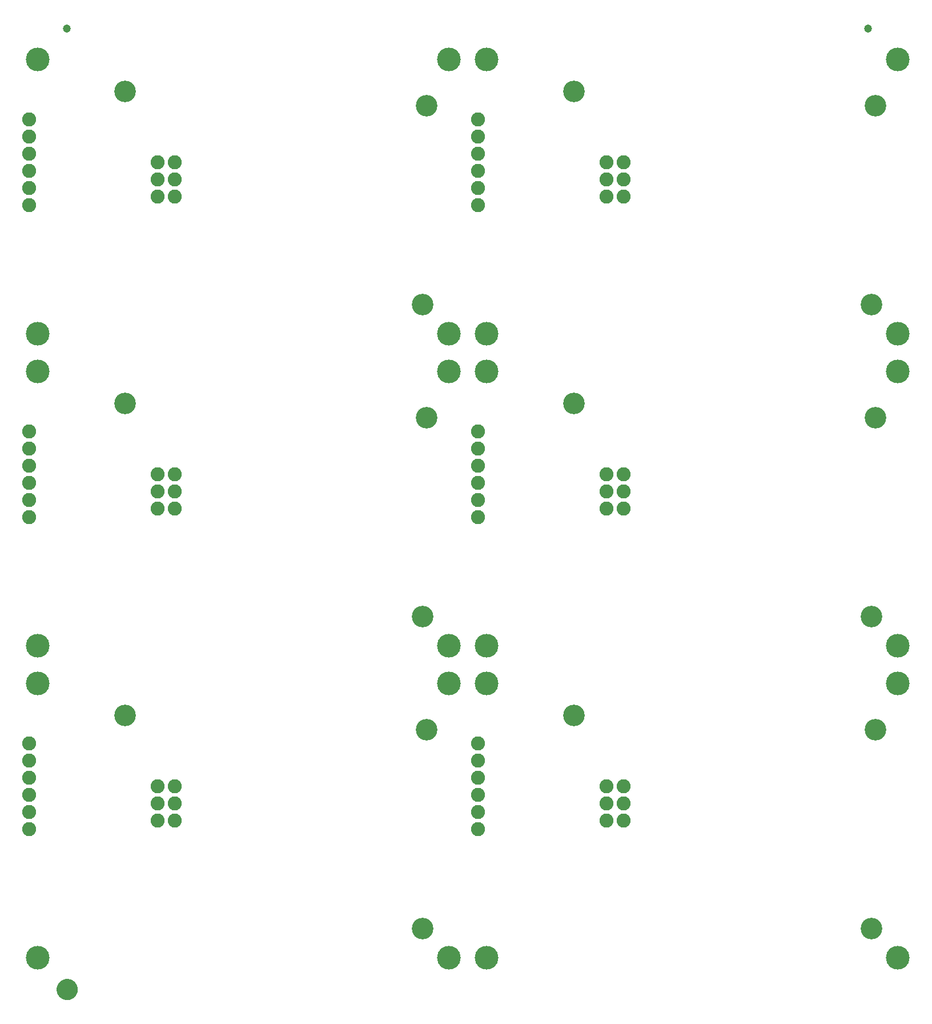
<source format=gbs>
G04 EAGLE Gerber RS-274X export*
G75*
%MOMM*%
%FSLAX34Y34*%
%LPD*%
%INSoldermask Bottom*%
%IPPOS*%
%AMOC8*
5,1,8,0,0,1.08239X$1,22.5*%
G01*
%ADD10C,3.505200*%
%ADD11C,2.082800*%
%ADD12C,3.203200*%
%ADD13C,1.203200*%
%ADD14C,1.270000*%
%ADD15C,1.703200*%


D10*
X635000Y25400D03*
X25400Y431800D03*
X635000Y431800D03*
X25400Y25400D03*
D11*
X228600Y279400D03*
X203200Y279400D03*
X228600Y254000D03*
X203200Y254000D03*
X228600Y228600D03*
X203200Y228600D03*
X12700Y266700D03*
X12700Y292100D03*
X12700Y317500D03*
X12700Y342900D03*
X12700Y215900D03*
X12700Y241300D03*
D12*
X154940Y384810D03*
X601980Y363220D03*
X595630Y68580D03*
D10*
X1300480Y25400D03*
X690880Y431800D03*
X1300480Y431800D03*
X690880Y25400D03*
D11*
X894080Y279400D03*
X868680Y279400D03*
X894080Y254000D03*
X868680Y254000D03*
X894080Y228600D03*
X868680Y228600D03*
X678180Y266700D03*
X678180Y292100D03*
X678180Y317500D03*
X678180Y342900D03*
X678180Y215900D03*
X678180Y241300D03*
D12*
X820420Y384810D03*
X1267460Y363220D03*
X1261110Y68580D03*
D10*
X635000Y487680D03*
X25400Y894080D03*
X635000Y894080D03*
X25400Y487680D03*
D11*
X228600Y741680D03*
X203200Y741680D03*
X228600Y716280D03*
X203200Y716280D03*
X228600Y690880D03*
X203200Y690880D03*
X12700Y728980D03*
X12700Y754380D03*
X12700Y779780D03*
X12700Y805180D03*
X12700Y678180D03*
X12700Y703580D03*
D12*
X154940Y847090D03*
X601980Y825500D03*
X595630Y530860D03*
D10*
X1300480Y487680D03*
X690880Y894080D03*
X1300480Y894080D03*
X690880Y487680D03*
D11*
X894080Y741680D03*
X868680Y741680D03*
X894080Y716280D03*
X868680Y716280D03*
X894080Y690880D03*
X868680Y690880D03*
X678180Y728980D03*
X678180Y754380D03*
X678180Y779780D03*
X678180Y805180D03*
X678180Y678180D03*
X678180Y703580D03*
D12*
X820420Y847090D03*
X1267460Y825500D03*
X1261110Y530860D03*
D10*
X635000Y949960D03*
X25400Y1356360D03*
X635000Y1356360D03*
X25400Y949960D03*
D11*
X228600Y1203960D03*
X203200Y1203960D03*
X228600Y1178560D03*
X203200Y1178560D03*
X228600Y1153160D03*
X203200Y1153160D03*
X12700Y1191260D03*
X12700Y1216660D03*
X12700Y1242060D03*
X12700Y1267460D03*
X12700Y1140460D03*
X12700Y1165860D03*
D12*
X154940Y1309370D03*
X601980Y1287780D03*
X595630Y993140D03*
D10*
X1300480Y949960D03*
X690880Y1356360D03*
X1300480Y1356360D03*
X690880Y949960D03*
D11*
X894080Y1203960D03*
X868680Y1203960D03*
X894080Y1178560D03*
X868680Y1178560D03*
X894080Y1153160D03*
X868680Y1153160D03*
X678180Y1191260D03*
X678180Y1216660D03*
X678180Y1242060D03*
X678180Y1267460D03*
X678180Y1140460D03*
X678180Y1165860D03*
D12*
X820420Y1309370D03*
X1267460Y1287780D03*
X1261110Y993140D03*
D13*
X68580Y1402715D03*
X1256665Y1402715D03*
D14*
X59525Y-20955D02*
X59528Y-20733D01*
X59536Y-20511D01*
X59550Y-20289D01*
X59569Y-20067D01*
X59593Y-19847D01*
X59623Y-19626D01*
X59658Y-19407D01*
X59699Y-19188D01*
X59745Y-18971D01*
X59796Y-18755D01*
X59853Y-18540D01*
X59915Y-18326D01*
X59982Y-18115D01*
X60054Y-17904D01*
X60132Y-17696D01*
X60214Y-17490D01*
X60302Y-17286D01*
X60394Y-17083D01*
X60492Y-16884D01*
X60594Y-16687D01*
X60701Y-16492D01*
X60813Y-16300D01*
X60930Y-16111D01*
X61051Y-15924D01*
X61177Y-15741D01*
X61307Y-15561D01*
X61442Y-15384D01*
X61580Y-15211D01*
X61723Y-15041D01*
X61871Y-14874D01*
X62022Y-14711D01*
X62177Y-14552D01*
X62336Y-14397D01*
X62499Y-14246D01*
X62666Y-14098D01*
X62836Y-13955D01*
X63009Y-13817D01*
X63186Y-13682D01*
X63366Y-13552D01*
X63549Y-13426D01*
X63736Y-13305D01*
X63925Y-13188D01*
X64117Y-13076D01*
X64312Y-12969D01*
X64509Y-12867D01*
X64708Y-12769D01*
X64911Y-12677D01*
X65115Y-12589D01*
X65321Y-12507D01*
X65529Y-12429D01*
X65740Y-12357D01*
X65951Y-12290D01*
X66165Y-12228D01*
X66380Y-12171D01*
X66596Y-12120D01*
X66813Y-12074D01*
X67032Y-12033D01*
X67251Y-11998D01*
X67472Y-11968D01*
X67692Y-11944D01*
X67914Y-11925D01*
X68136Y-11911D01*
X68358Y-11903D01*
X68580Y-11900D01*
X68802Y-11903D01*
X69024Y-11911D01*
X69246Y-11925D01*
X69468Y-11944D01*
X69688Y-11968D01*
X69909Y-11998D01*
X70128Y-12033D01*
X70347Y-12074D01*
X70564Y-12120D01*
X70780Y-12171D01*
X70995Y-12228D01*
X71209Y-12290D01*
X71420Y-12357D01*
X71631Y-12429D01*
X71839Y-12507D01*
X72045Y-12589D01*
X72249Y-12677D01*
X72452Y-12769D01*
X72651Y-12867D01*
X72848Y-12969D01*
X73043Y-13076D01*
X73235Y-13188D01*
X73424Y-13305D01*
X73611Y-13426D01*
X73794Y-13552D01*
X73974Y-13682D01*
X74151Y-13817D01*
X74324Y-13955D01*
X74494Y-14098D01*
X74661Y-14246D01*
X74824Y-14397D01*
X74983Y-14552D01*
X75138Y-14711D01*
X75289Y-14874D01*
X75437Y-15041D01*
X75580Y-15211D01*
X75718Y-15384D01*
X75853Y-15561D01*
X75983Y-15741D01*
X76109Y-15924D01*
X76230Y-16111D01*
X76347Y-16300D01*
X76459Y-16492D01*
X76566Y-16687D01*
X76668Y-16884D01*
X76766Y-17083D01*
X76858Y-17286D01*
X76946Y-17490D01*
X77028Y-17696D01*
X77106Y-17904D01*
X77178Y-18115D01*
X77245Y-18326D01*
X77307Y-18540D01*
X77364Y-18755D01*
X77415Y-18971D01*
X77461Y-19188D01*
X77502Y-19407D01*
X77537Y-19626D01*
X77567Y-19847D01*
X77591Y-20067D01*
X77610Y-20289D01*
X77624Y-20511D01*
X77632Y-20733D01*
X77635Y-20955D01*
X77632Y-21177D01*
X77624Y-21399D01*
X77610Y-21621D01*
X77591Y-21843D01*
X77567Y-22063D01*
X77537Y-22284D01*
X77502Y-22503D01*
X77461Y-22722D01*
X77415Y-22939D01*
X77364Y-23155D01*
X77307Y-23370D01*
X77245Y-23584D01*
X77178Y-23795D01*
X77106Y-24006D01*
X77028Y-24214D01*
X76946Y-24420D01*
X76858Y-24624D01*
X76766Y-24827D01*
X76668Y-25026D01*
X76566Y-25223D01*
X76459Y-25418D01*
X76347Y-25610D01*
X76230Y-25799D01*
X76109Y-25986D01*
X75983Y-26169D01*
X75853Y-26349D01*
X75718Y-26526D01*
X75580Y-26699D01*
X75437Y-26869D01*
X75289Y-27036D01*
X75138Y-27199D01*
X74983Y-27358D01*
X74824Y-27513D01*
X74661Y-27664D01*
X74494Y-27812D01*
X74324Y-27955D01*
X74151Y-28093D01*
X73974Y-28228D01*
X73794Y-28358D01*
X73611Y-28484D01*
X73424Y-28605D01*
X73235Y-28722D01*
X73043Y-28834D01*
X72848Y-28941D01*
X72651Y-29043D01*
X72452Y-29141D01*
X72249Y-29233D01*
X72045Y-29321D01*
X71839Y-29403D01*
X71631Y-29481D01*
X71420Y-29553D01*
X71209Y-29620D01*
X70995Y-29682D01*
X70780Y-29739D01*
X70564Y-29790D01*
X70347Y-29836D01*
X70128Y-29877D01*
X69909Y-29912D01*
X69688Y-29942D01*
X69468Y-29966D01*
X69246Y-29985D01*
X69024Y-29999D01*
X68802Y-30007D01*
X68580Y-30010D01*
X68358Y-30007D01*
X68136Y-29999D01*
X67914Y-29985D01*
X67692Y-29966D01*
X67472Y-29942D01*
X67251Y-29912D01*
X67032Y-29877D01*
X66813Y-29836D01*
X66596Y-29790D01*
X66380Y-29739D01*
X66165Y-29682D01*
X65951Y-29620D01*
X65740Y-29553D01*
X65529Y-29481D01*
X65321Y-29403D01*
X65115Y-29321D01*
X64911Y-29233D01*
X64708Y-29141D01*
X64509Y-29043D01*
X64312Y-28941D01*
X64117Y-28834D01*
X63925Y-28722D01*
X63736Y-28605D01*
X63549Y-28484D01*
X63366Y-28358D01*
X63186Y-28228D01*
X63009Y-28093D01*
X62836Y-27955D01*
X62666Y-27812D01*
X62499Y-27664D01*
X62336Y-27513D01*
X62177Y-27358D01*
X62022Y-27199D01*
X61871Y-27036D01*
X61723Y-26869D01*
X61580Y-26699D01*
X61442Y-26526D01*
X61307Y-26349D01*
X61177Y-26169D01*
X61051Y-25986D01*
X60930Y-25799D01*
X60813Y-25610D01*
X60701Y-25418D01*
X60594Y-25223D01*
X60492Y-25026D01*
X60394Y-24827D01*
X60302Y-24624D01*
X60214Y-24420D01*
X60132Y-24214D01*
X60054Y-24006D01*
X59982Y-23795D01*
X59915Y-23584D01*
X59853Y-23370D01*
X59796Y-23155D01*
X59745Y-22939D01*
X59699Y-22722D01*
X59658Y-22503D01*
X59623Y-22284D01*
X59593Y-22063D01*
X59569Y-21843D01*
X59550Y-21621D01*
X59536Y-21399D01*
X59528Y-21177D01*
X59525Y-20955D01*
D15*
X68580Y-20955D03*
M02*

</source>
